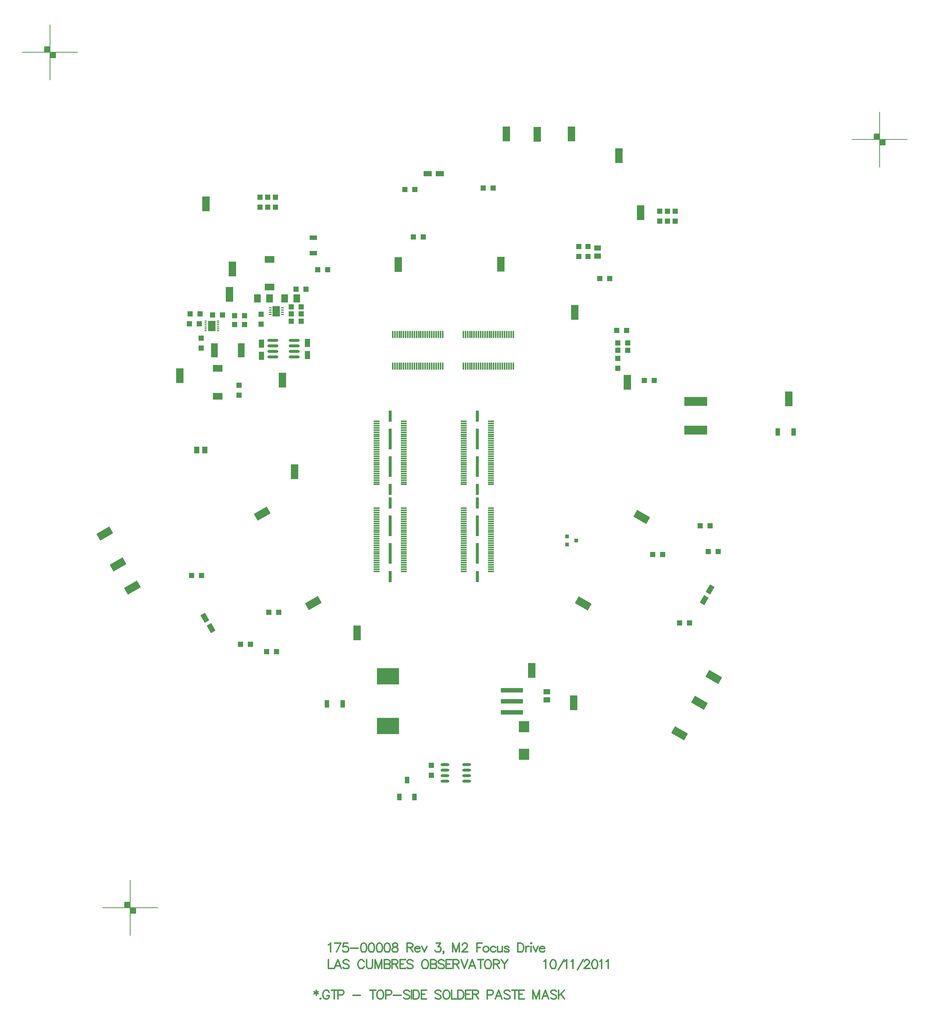
<source format=gtp>
%FSLAX23Y23*%
%MOIN*%
G70*
G01*
G75*
G04 Layer_Color=8421504*
%ADD10R,0.057X0.012*%
%ADD11R,0.025X0.185*%
%ADD12R,0.025X0.100*%
%ADD13O,0.079X0.024*%
%ADD14R,0.070X0.135*%
%ADD15R,0.036X0.036*%
%ADD16R,0.094X0.102*%
G04:AMPARAMS|DCode=17|XSize=78mil|YSize=48mil|CornerRadius=0mil|HoleSize=0mil|Usage=FLASHONLY|Rotation=240.000|XOffset=0mil|YOffset=0mil|HoleType=Round|Shape=Rectangle|*
%AMROTATEDRECTD17*
4,1,4,-0.001,0.046,0.040,0.022,0.001,-0.046,-0.040,-0.022,-0.001,0.046,0.0*
%
%ADD17ROTATEDRECTD17*%

%ADD18R,0.063X0.075*%
%ADD19R,0.050X0.050*%
%ADD20R,0.209X0.079*%
%ADD21R,0.200X0.040*%
%ADD22R,0.200X0.150*%
%ADD23R,0.087X0.059*%
%ADD24R,0.060X0.126*%
%ADD25O,0.012X0.069*%
%ADD26R,0.065X0.094*%
%ADD27O,0.027X0.010*%
%ADD28O,0.024X0.010*%
%ADD29R,0.039X0.059*%
%ADD30R,0.040X0.067*%
%ADD31R,0.051X0.059*%
%ADD32R,0.059X0.051*%
%ADD33O,0.098X0.028*%
%ADD34R,0.050X0.050*%
%ADD35R,0.048X0.078*%
%ADD36R,0.078X0.048*%
G04:AMPARAMS|DCode=37|XSize=78mil|YSize=48mil|CornerRadius=0mil|HoleSize=0mil|Usage=FLASHONLY|Rotation=120.000|XOffset=0mil|YOffset=0mil|HoleType=Round|Shape=Rectangle|*
%AMROTATEDRECTD37*
4,1,4,0.040,-0.022,-0.001,-0.046,-0.040,0.022,0.001,0.046,0.040,-0.022,0.0*
%
%ADD37ROTATEDRECTD37*%

%ADD38R,0.067X0.040*%
G04:AMPARAMS|DCode=39|XSize=135mil|YSize=70mil|CornerRadius=0mil|HoleSize=0mil|Usage=FLASHONLY|Rotation=30.000|XOffset=0mil|YOffset=0mil|HoleType=Round|Shape=Rectangle|*
%AMROTATEDRECTD39*
4,1,4,-0.041,-0.064,-0.076,-0.003,0.041,0.064,0.076,0.003,-0.041,-0.064,0.0*
%
%ADD39ROTATEDRECTD39*%

G04:AMPARAMS|DCode=40|XSize=135mil|YSize=70mil|CornerRadius=0mil|HoleSize=0mil|Usage=FLASHONLY|Rotation=150.000|XOffset=0mil|YOffset=0mil|HoleType=Round|Shape=Rectangle|*
%AMROTATEDRECTD40*
4,1,4,0.076,-0.003,0.041,-0.064,-0.076,0.003,-0.041,0.064,0.076,-0.003,0.0*
%
%ADD40ROTATEDRECTD40*%

%ADD41C,0.020*%
%ADD42C,0.005*%
%ADD43C,0.010*%
%ADD44C,0.050*%
%ADD45C,0.030*%
%ADD46C,0.012*%
%ADD47C,0.008*%
%ADD48C,0.012*%
%ADD49C,0.012*%
%ADD50R,0.079X0.039*%
%ADD51O,0.079X0.039*%
%ADD52C,0.079*%
%ADD53C,0.157*%
%ADD54C,0.120*%
%ADD55C,0.220*%
%ADD56C,0.039*%
%ADD57C,0.085*%
%ADD58C,0.055*%
%ADD59C,0.116*%
%ADD60P,0.078X4X165.0*%
%ADD61C,0.059*%
%ADD62P,0.084X4X255.0*%
%ADD63C,0.050*%
%ADD64P,0.099X4X105.0*%
%ADD65C,0.070*%
%ADD66C,0.219*%
%ADD67R,0.098X0.098*%
%ADD68C,0.098*%
%ADD69R,0.059X0.059*%
%ADD70C,0.059*%
%ADD71P,0.084X4X285.0*%
%ADD72P,0.084X4X195.0*%
%ADD73P,0.084X4X255.0*%
%ADD74R,0.059X0.059*%
%ADD75P,0.084X4X345.0*%
%ADD76R,0.070X0.070*%
%ADD77P,0.099X4X345.0*%
%ADD78P,0.084X4X375.0*%
%ADD79R,0.059X0.059*%
%ADD80C,0.335*%
%ADD81C,0.531*%
%ADD82C,0.413*%
%ADD83C,0.236*%
%ADD84C,0.026*%
%ADD85C,0.024*%
%ADD86C,0.030*%
%ADD87C,0.020*%
%ADD88C,0.040*%
%ADD89C,0.070*%
%ADD90C,0.076*%
%ADD91C,0.131*%
G04:AMPARAMS|DCode=92|XSize=130mil|YSize=130mil|CornerRadius=0mil|HoleSize=0mil|Usage=FLASHONLY|Rotation=0.000|XOffset=0mil|YOffset=0mil|HoleType=Round|Shape=Relief|Width=10mil|Gap=10mil|Entries=4|*
%AMTHD92*
7,0,0,0.130,0.110,0.010,45*
%
%ADD92THD92*%
%ADD93C,0.110*%
%ADD94C,0.206*%
%ADD95C,0.080*%
%ADD96C,0.102*%
%ADD97C,0.075*%
%ADD98C,0.168*%
%ADD99C,0.075*%
G04:AMPARAMS|DCode=100|XSize=95.433mil|YSize=95.433mil|CornerRadius=0mil|HoleSize=0mil|Usage=FLASHONLY|Rotation=0.000|XOffset=0mil|YOffset=0mil|HoleType=Round|Shape=Relief|Width=10mil|Gap=10mil|Entries=4|*
%AMTHD100*
7,0,0,0.095,0.075,0.010,45*
%
%ADD100THD100*%
%ADD101C,0.080*%
%ADD102C,0.099*%
%ADD103C,0.075*%
%ADD104C,0.375*%
%ADD105C,0.571*%
%ADD106C,0.257*%
%ADD107C,0.158*%
%ADD108C,0.053*%
%ADD109C,0.052*%
%ADD110C,0.065*%
G04:AMPARAMS|DCode=111|XSize=89.528mil|YSize=89.528mil|CornerRadius=0mil|HoleSize=0mil|Usage=FLASHONLY|Rotation=0.000|XOffset=0mil|YOffset=0mil|HoleType=Round|Shape=Relief|Width=10mil|Gap=10mil|Entries=4|*
%AMTHD111*
7,0,0,0.090,0.070,0.010,45*
%
%ADD111THD111*%
G04:AMPARAMS|DCode=112|XSize=96.221mil|YSize=96.221mil|CornerRadius=0mil|HoleSize=0mil|Usage=FLASHONLY|Rotation=0.000|XOffset=0mil|YOffset=0mil|HoleType=Round|Shape=Relief|Width=10mil|Gap=10mil|Entries=4|*
%AMTHD112*
7,0,0,0.096,0.076,0.010,45*
%
%ADD112THD112*%
G04:AMPARAMS|DCode=113|XSize=150.551mil|YSize=150.551mil|CornerRadius=0mil|HoleSize=0mil|Usage=FLASHONLY|Rotation=0.000|XOffset=0mil|YOffset=0mil|HoleType=Round|Shape=Relief|Width=10mil|Gap=10mil|Entries=4|*
%AMTHD113*
7,0,0,0.151,0.131,0.010,45*
%
%ADD113THD113*%
G04:AMPARAMS|DCode=114|XSize=122mil|YSize=122mil|CornerRadius=0mil|HoleSize=0mil|Usage=FLASHONLY|Rotation=0.000|XOffset=0mil|YOffset=0mil|HoleType=Round|Shape=Relief|Width=10mil|Gap=10mil|Entries=4|*
%AMTHD114*
7,0,0,0.122,0.102,0.010,45*
%
%ADD114THD114*%
G04:AMPARAMS|DCode=115|XSize=95mil|YSize=95mil|CornerRadius=0mil|HoleSize=0mil|Usage=FLASHONLY|Rotation=0.000|XOffset=0mil|YOffset=0mil|HoleType=Round|Shape=Relief|Width=10mil|Gap=10mil|Entries=4|*
%AMTHD115*
7,0,0,0.095,0.075,0.010,45*
%
%ADD115THD115*%
G04:AMPARAMS|DCode=116|XSize=90mil|YSize=90mil|CornerRadius=0mil|HoleSize=0mil|Usage=FLASHONLY|Rotation=0.000|XOffset=0mil|YOffset=0mil|HoleType=Round|Shape=Relief|Width=10mil|Gap=10mil|Entries=4|*
%AMTHD116*
7,0,0,0.090,0.070,0.010,45*
%
%ADD116THD116*%
G04:AMPARAMS|DCode=117|XSize=100mil|YSize=100mil|CornerRadius=0mil|HoleSize=0mil|Usage=FLASHONLY|Rotation=0.000|XOffset=0mil|YOffset=0mil|HoleType=Round|Shape=Relief|Width=10mil|Gap=10mil|Entries=4|*
%AMTHD117*
7,0,0,0.100,0.080,0.010,45*
%
%ADD117THD117*%
G04:AMPARAMS|DCode=118|XSize=95.433mil|YSize=95.433mil|CornerRadius=0mil|HoleSize=0mil|Usage=FLASHONLY|Rotation=0.000|XOffset=0mil|YOffset=0mil|HoleType=Round|Shape=Relief|Width=10mil|Gap=10mil|Entries=4|*
%AMTHD118*
7,0,0,0.095,0.075,0.010,45*
%
%ADD118THD118*%
G04:AMPARAMS|DCode=119|XSize=72.992mil|YSize=72.992mil|CornerRadius=0mil|HoleSize=0mil|Usage=FLASHONLY|Rotation=0.000|XOffset=0mil|YOffset=0mil|HoleType=Round|Shape=Relief|Width=10mil|Gap=10mil|Entries=4|*
%AMTHD119*
7,0,0,0.073,0.053,0.010,45*
%
%ADD119THD119*%
G04:AMPARAMS|DCode=120|XSize=72mil|YSize=72mil|CornerRadius=0mil|HoleSize=0mil|Usage=FLASHONLY|Rotation=0.000|XOffset=0mil|YOffset=0mil|HoleType=Round|Shape=Relief|Width=10mil|Gap=10mil|Entries=4|*
%AMTHD120*
7,0,0,0.072,0.052,0.010,45*
%
%ADD120THD120*%
G04:AMPARAMS|DCode=121|XSize=85mil|YSize=85mil|CornerRadius=0mil|HoleSize=0mil|Usage=FLASHONLY|Rotation=0.000|XOffset=0mil|YOffset=0mil|HoleType=Round|Shape=Relief|Width=10mil|Gap=10mil|Entries=4|*
%AMTHD121*
7,0,0,0.085,0.065,0.010,45*
%
%ADD121THD121*%
G04:AMPARAMS|DCode=122|XSize=28mil|YSize=98mil|CornerRadius=0mil|HoleSize=0mil|Usage=FLASHONLY|Rotation=210.000|XOffset=0mil|YOffset=0mil|HoleType=Round|Shape=Round|*
%AMOVALD122*
21,1,0.071,0.028,0.000,0.000,300.0*
1,1,0.028,-0.018,0.031*
1,1,0.028,0.018,-0.031*
%
%ADD122OVALD122*%

G04:AMPARAMS|DCode=123|XSize=79mil|YSize=236mil|CornerRadius=0mil|HoleSize=0mil|Usage=FLASHONLY|Rotation=240.000|XOffset=0mil|YOffset=0mil|HoleType=Round|Shape=Rectangle|*
%AMROTATEDRECTD123*
4,1,4,-0.083,0.093,0.122,-0.025,0.083,-0.093,-0.122,0.025,-0.083,0.093,0.0*
%
%ADD123ROTATEDRECTD123*%

%ADD124R,0.025X0.070*%
%ADD125R,0.236X0.079*%
G04:AMPARAMS|DCode=126|XSize=79mil|YSize=236mil|CornerRadius=0mil|HoleSize=0mil|Usage=FLASHONLY|Rotation=120.000|XOffset=0mil|YOffset=0mil|HoleType=Round|Shape=Rectangle|*
%AMROTATEDRECTD126*
4,1,4,0.122,0.025,-0.083,-0.093,-0.122,-0.025,0.083,0.093,0.122,0.025,0.0*
%
%ADD126ROTATEDRECTD126*%

%ADD127P,0.071X4X285.0*%
%ADD128P,0.071X4X165.0*%
G04:AMPARAMS|DCode=129|XSize=28mil|YSize=98mil|CornerRadius=0mil|HoleSize=0mil|Usage=FLASHONLY|Rotation=330.000|XOffset=0mil|YOffset=0mil|HoleType=Round|Shape=Round|*
%AMOVALD129*
21,1,0.071,0.028,0.000,0.000,60.0*
1,1,0.028,-0.018,-0.031*
1,1,0.028,0.018,0.031*
%
%ADD129OVALD129*%

%ADD130C,0.075*%
%ADD131C,0.010*%
%ADD132C,0.008*%
%ADD133C,0.020*%
%ADD134C,0.024*%
%ADD135C,0.007*%
%ADD136C,0.010*%
%ADD137C,0.006*%
%ADD138C,0.007*%
%ADD139R,0.020X0.082*%
%ADD140R,0.195X0.150*%
D10*
X30833Y30428D02*
D03*
Y30448D02*
D03*
Y30468D02*
D03*
Y30487D02*
D03*
Y30507D02*
D03*
Y30527D02*
D03*
Y30546D02*
D03*
Y30566D02*
D03*
Y30586D02*
D03*
Y30605D02*
D03*
Y30625D02*
D03*
Y30645D02*
D03*
Y30664D02*
D03*
Y30684D02*
D03*
Y30704D02*
D03*
Y30723D02*
D03*
Y30743D02*
D03*
Y30763D02*
D03*
Y30783D02*
D03*
Y30802D02*
D03*
Y30822D02*
D03*
Y30842D02*
D03*
Y30861D02*
D03*
Y30881D02*
D03*
Y30901D02*
D03*
Y30920D02*
D03*
Y30940D02*
D03*
Y30960D02*
D03*
Y30979D02*
D03*
Y30999D02*
D03*
Y31216D02*
D03*
Y31235D02*
D03*
Y31255D02*
D03*
Y31275D02*
D03*
Y31294D02*
D03*
Y31314D02*
D03*
Y31334D02*
D03*
Y31353D02*
D03*
Y31373D02*
D03*
Y31393D02*
D03*
Y31412D02*
D03*
Y31432D02*
D03*
Y31452D02*
D03*
Y31472D02*
D03*
Y31491D02*
D03*
Y31511D02*
D03*
Y31531D02*
D03*
Y31550D02*
D03*
Y31570D02*
D03*
Y31590D02*
D03*
Y31609D02*
D03*
Y31629D02*
D03*
Y31649D02*
D03*
Y31668D02*
D03*
Y31688D02*
D03*
Y31708D02*
D03*
Y31727D02*
D03*
Y31747D02*
D03*
Y31767D02*
D03*
Y31786D02*
D03*
D03*
X31077Y30428D02*
D03*
Y30448D02*
D03*
Y30468D02*
D03*
Y30487D02*
D03*
Y30507D02*
D03*
Y30527D02*
D03*
Y30546D02*
D03*
Y30566D02*
D03*
Y30586D02*
D03*
Y30605D02*
D03*
Y30625D02*
D03*
Y30645D02*
D03*
Y30664D02*
D03*
Y30684D02*
D03*
Y30704D02*
D03*
Y30723D02*
D03*
Y30743D02*
D03*
Y30763D02*
D03*
Y30783D02*
D03*
Y30802D02*
D03*
Y30822D02*
D03*
Y30842D02*
D03*
Y30861D02*
D03*
Y30881D02*
D03*
Y30901D02*
D03*
Y30920D02*
D03*
Y30940D02*
D03*
Y30960D02*
D03*
Y30979D02*
D03*
Y30999D02*
D03*
Y31216D02*
D03*
Y31235D02*
D03*
Y31255D02*
D03*
Y31275D02*
D03*
Y31294D02*
D03*
Y31314D02*
D03*
Y31334D02*
D03*
Y31353D02*
D03*
Y31373D02*
D03*
Y31393D02*
D03*
Y31412D02*
D03*
Y31432D02*
D03*
Y31452D02*
D03*
Y31472D02*
D03*
Y31491D02*
D03*
Y31511D02*
D03*
Y31531D02*
D03*
Y31550D02*
D03*
Y31570D02*
D03*
Y31590D02*
D03*
Y31609D02*
D03*
Y31629D02*
D03*
Y31649D02*
D03*
Y31668D02*
D03*
Y31688D02*
D03*
Y31708D02*
D03*
Y31727D02*
D03*
Y31747D02*
D03*
Y31767D02*
D03*
Y31786D02*
D03*
X31623Y30428D02*
D03*
Y30448D02*
D03*
Y30468D02*
D03*
Y30487D02*
D03*
Y30507D02*
D03*
Y30527D02*
D03*
Y30546D02*
D03*
Y30566D02*
D03*
Y30586D02*
D03*
Y30605D02*
D03*
Y30625D02*
D03*
Y30645D02*
D03*
Y30664D02*
D03*
Y30684D02*
D03*
Y30704D02*
D03*
Y30723D02*
D03*
Y30743D02*
D03*
Y30763D02*
D03*
Y30783D02*
D03*
Y30802D02*
D03*
Y30822D02*
D03*
Y30842D02*
D03*
Y30861D02*
D03*
Y30881D02*
D03*
Y30901D02*
D03*
Y30920D02*
D03*
Y30940D02*
D03*
Y30960D02*
D03*
Y30979D02*
D03*
Y30999D02*
D03*
Y31216D02*
D03*
Y31235D02*
D03*
Y31255D02*
D03*
Y31275D02*
D03*
Y31294D02*
D03*
Y31314D02*
D03*
Y31334D02*
D03*
Y31353D02*
D03*
Y31373D02*
D03*
Y31393D02*
D03*
Y31412D02*
D03*
Y31432D02*
D03*
Y31452D02*
D03*
Y31472D02*
D03*
Y31491D02*
D03*
Y31511D02*
D03*
Y31531D02*
D03*
Y31550D02*
D03*
Y31570D02*
D03*
Y31590D02*
D03*
Y31609D02*
D03*
Y31629D02*
D03*
Y31649D02*
D03*
Y31668D02*
D03*
Y31688D02*
D03*
Y31708D02*
D03*
Y31727D02*
D03*
Y31747D02*
D03*
Y31767D02*
D03*
Y31786D02*
D03*
D03*
X31867Y30428D02*
D03*
Y30448D02*
D03*
Y30468D02*
D03*
Y30487D02*
D03*
Y30507D02*
D03*
Y30527D02*
D03*
Y30546D02*
D03*
Y30566D02*
D03*
Y30586D02*
D03*
Y30605D02*
D03*
Y30625D02*
D03*
Y30645D02*
D03*
Y30664D02*
D03*
Y30684D02*
D03*
Y30704D02*
D03*
Y30723D02*
D03*
Y30743D02*
D03*
Y30763D02*
D03*
Y30783D02*
D03*
Y30802D02*
D03*
Y30822D02*
D03*
Y30842D02*
D03*
Y30861D02*
D03*
Y30881D02*
D03*
Y30901D02*
D03*
Y30920D02*
D03*
Y30940D02*
D03*
Y30960D02*
D03*
Y30979D02*
D03*
Y30999D02*
D03*
Y31216D02*
D03*
Y31235D02*
D03*
Y31255D02*
D03*
Y31275D02*
D03*
Y31294D02*
D03*
Y31314D02*
D03*
Y31334D02*
D03*
Y31353D02*
D03*
Y31373D02*
D03*
Y31393D02*
D03*
Y31412D02*
D03*
Y31432D02*
D03*
Y31452D02*
D03*
Y31472D02*
D03*
Y31491D02*
D03*
Y31511D02*
D03*
Y31531D02*
D03*
Y31550D02*
D03*
Y31570D02*
D03*
Y31590D02*
D03*
Y31609D02*
D03*
Y31629D02*
D03*
Y31649D02*
D03*
Y31668D02*
D03*
Y31688D02*
D03*
Y31708D02*
D03*
Y31727D02*
D03*
Y31747D02*
D03*
Y31767D02*
D03*
Y31786D02*
D03*
D11*
X30955Y30839D02*
D03*
Y30589D02*
D03*
Y31376D02*
D03*
Y31626D02*
D03*
X31745Y30839D02*
D03*
Y30589D02*
D03*
Y31376D02*
D03*
Y31626D02*
D03*
D12*
X30955Y30381D02*
D03*
Y31834D02*
D03*
Y31169D02*
D03*
Y31046D02*
D03*
X31745Y30381D02*
D03*
Y31834D02*
D03*
Y31169D02*
D03*
Y31046D02*
D03*
D13*
X31450Y28677D02*
D03*
Y28627D02*
D03*
Y28577D02*
D03*
Y28527D02*
D03*
X31647Y28677D02*
D03*
Y28627D02*
D03*
Y28577D02*
D03*
Y28527D02*
D03*
D14*
X33224Y33676D02*
D03*
X29499Y32936D02*
D03*
X29979Y32161D02*
D03*
X29049Y32201D02*
D03*
X29524Y33166D02*
D03*
X32628Y32774D02*
D03*
X34569Y31991D02*
D03*
X32619Y29236D02*
D03*
X30654Y29871D02*
D03*
X30089Y31331D02*
D03*
X32599Y34391D02*
D03*
X32289Y34386D02*
D03*
X32009Y34391D02*
D03*
X31029Y33206D02*
D03*
X31959Y33211D02*
D03*
X33028Y34195D02*
D03*
X32239Y29531D02*
D03*
X33104Y32141D02*
D03*
X29284Y33756D02*
D03*
D15*
X32557Y30669D02*
D03*
X32643Y30706D02*
D03*
X32557Y30743D02*
D03*
D16*
X32169Y28770D02*
D03*
Y29022D02*
D03*
D17*
X33801Y30168D02*
D03*
X33856Y30263D02*
D03*
D18*
X29863Y32899D02*
D03*
X29753D02*
D03*
X29998D02*
D03*
X30108D02*
D03*
D19*
X31329Y28672D02*
D03*
Y28582D02*
D03*
X32749Y33371D02*
D03*
Y33281D02*
D03*
X32664Y33371D02*
D03*
Y33281D02*
D03*
X29784Y32756D02*
D03*
Y32666D02*
D03*
X29586Y32025D02*
D03*
Y32115D02*
D03*
X29241Y32540D02*
D03*
Y32450D02*
D03*
X29914Y33816D02*
D03*
Y33726D02*
D03*
X33399Y33691D02*
D03*
Y33601D02*
D03*
X33019Y32266D02*
D03*
Y32356D02*
D03*
X33539Y33601D02*
D03*
Y33691D02*
D03*
X29774Y33726D02*
D03*
Y33816D02*
D03*
X29844Y33726D02*
D03*
Y33816D02*
D03*
X33469Y33601D02*
D03*
Y33691D02*
D03*
D20*
X33725Y31707D02*
D03*
Y31967D02*
D03*
D21*
X32059Y29351D02*
D03*
Y29251D02*
D03*
Y29151D02*
D03*
D22*
X30934Y29026D02*
D03*
Y29476D02*
D03*
D23*
X29391Y32014D02*
D03*
Y32266D02*
D03*
X29863Y33255D02*
D03*
Y33003D02*
D03*
D24*
X29362Y32431D02*
D03*
X29606D02*
D03*
D25*
X31430Y32574D02*
D03*
X31411D02*
D03*
X31391D02*
D03*
X31371D02*
D03*
X31352D02*
D03*
X31332D02*
D03*
X31312D02*
D03*
X31292D02*
D03*
X31273D02*
D03*
X31253D02*
D03*
X31233D02*
D03*
X31214D02*
D03*
X31194D02*
D03*
X31174D02*
D03*
X31155D02*
D03*
X31135D02*
D03*
X31115D02*
D03*
X31096D02*
D03*
X31076D02*
D03*
X31056D02*
D03*
X31037D02*
D03*
X31017D02*
D03*
X30997D02*
D03*
X30978D02*
D03*
X31430Y32288D02*
D03*
X31411D02*
D03*
X31391D02*
D03*
X31371D02*
D03*
X31352D02*
D03*
X31332D02*
D03*
X31312D02*
D03*
X31292D02*
D03*
X31273D02*
D03*
X31253D02*
D03*
X31233D02*
D03*
X31214D02*
D03*
X31194D02*
D03*
X31174D02*
D03*
X31155D02*
D03*
X31135D02*
D03*
X31115D02*
D03*
X31096D02*
D03*
X31076D02*
D03*
X31056D02*
D03*
X31037D02*
D03*
X31017D02*
D03*
X30997D02*
D03*
X30978D02*
D03*
X32070Y32574D02*
D03*
X32051D02*
D03*
X32031D02*
D03*
X32011D02*
D03*
X31992D02*
D03*
X31972D02*
D03*
X31952D02*
D03*
X31932D02*
D03*
X31913D02*
D03*
X31893D02*
D03*
X31873D02*
D03*
X31854D02*
D03*
X31834D02*
D03*
X31814D02*
D03*
X31795D02*
D03*
X31775D02*
D03*
X31755D02*
D03*
X31736D02*
D03*
X31716D02*
D03*
X31696D02*
D03*
X31677D02*
D03*
X31657D02*
D03*
X31637D02*
D03*
X31618D02*
D03*
X32070Y32288D02*
D03*
X32051D02*
D03*
X32031D02*
D03*
X32011D02*
D03*
X31992D02*
D03*
X31972D02*
D03*
X31952D02*
D03*
X31932D02*
D03*
X31913D02*
D03*
X31893D02*
D03*
X31873D02*
D03*
X31854D02*
D03*
X31834D02*
D03*
X31814D02*
D03*
X31795D02*
D03*
X31775D02*
D03*
X31755D02*
D03*
X31736D02*
D03*
X31716D02*
D03*
X31696D02*
D03*
X31677D02*
D03*
X31657D02*
D03*
X31637D02*
D03*
X31618D02*
D03*
D26*
X29923Y32784D02*
D03*
X29338Y32651D02*
D03*
D27*
X29978Y32813D02*
D03*
X29978Y32794D02*
D03*
X29978Y32774D02*
D03*
Y32754D02*
D03*
X29867D02*
D03*
Y32774D02*
D03*
Y32794D02*
D03*
Y32813D02*
D03*
D28*
X29395Y32659D02*
D03*
Y32642D02*
D03*
Y32624D02*
D03*
Y32606D02*
D03*
X29281D02*
D03*
Y32624D02*
D03*
Y32642D02*
D03*
Y32659D02*
D03*
Y32677D02*
D03*
Y32695D02*
D03*
X29395Y32677D02*
D03*
Y32695D02*
D03*
D29*
X31038Y28383D02*
D03*
X31107Y28536D02*
D03*
X31176Y28383D02*
D03*
D30*
X34468Y31691D02*
D03*
X34610D02*
D03*
X30383Y29226D02*
D03*
X30525D02*
D03*
D31*
X29201Y31526D02*
D03*
X29276D02*
D03*
D32*
X32834Y33283D02*
D03*
Y33358D02*
D03*
X32374Y29338D02*
D03*
Y29263D02*
D03*
D33*
X29892Y32521D02*
D03*
Y32471D02*
D03*
Y32421D02*
D03*
Y32371D02*
D03*
X30085Y32521D02*
D03*
Y32471D02*
D03*
Y32421D02*
D03*
Y32371D02*
D03*
D34*
X30058Y32759D02*
D03*
X30148D02*
D03*
X30103Y32984D02*
D03*
X30193D02*
D03*
X30148Y32824D02*
D03*
X30058D02*
D03*
X30148Y32694D02*
D03*
X30058D02*
D03*
X29436Y32750D02*
D03*
X29346D02*
D03*
X29231Y32760D02*
D03*
X29141D02*
D03*
X29136Y32670D02*
D03*
X29226D02*
D03*
X29546Y32745D02*
D03*
X29636D02*
D03*
X29546Y32665D02*
D03*
X29636D02*
D03*
X30299Y33161D02*
D03*
X30389D02*
D03*
X29834Y29701D02*
D03*
X29924D02*
D03*
X33854Y30841D02*
D03*
X33764D02*
D03*
X33019Y32496D02*
D03*
X33109D02*
D03*
X31089Y33886D02*
D03*
X31179D02*
D03*
X29599Y29766D02*
D03*
X29689D02*
D03*
X33839Y30606D02*
D03*
X33929D02*
D03*
X31164Y33456D02*
D03*
X31254D02*
D03*
X29854Y30056D02*
D03*
X29944D02*
D03*
X33424Y30581D02*
D03*
X33334D02*
D03*
X33009Y32611D02*
D03*
X33099D02*
D03*
X33259Y32156D02*
D03*
X33349D02*
D03*
X32854Y33081D02*
D03*
X32944D02*
D03*
X33109Y32431D02*
D03*
X33019D02*
D03*
X31799Y33901D02*
D03*
X31889D02*
D03*
X29244Y30391D02*
D03*
X29154D02*
D03*
X33579Y29961D02*
D03*
X33669D02*
D03*
D35*
X29789Y32491D02*
D03*
Y32381D02*
D03*
X30204Y32496D02*
D03*
Y32386D02*
D03*
D36*
X31404Y34031D02*
D03*
X31294D02*
D03*
D37*
X29276Y30008D02*
D03*
X29331Y29913D02*
D03*
D38*
X30259Y33310D02*
D03*
Y33452D02*
D03*
D39*
X28369Y30771D02*
D03*
X28489Y30491D02*
D03*
X28619Y30281D02*
D03*
X30259Y30141D02*
D03*
X29794Y30951D02*
D03*
D40*
X33579Y28961D02*
D03*
X33759Y29236D02*
D03*
X33889Y29471D02*
D03*
X33234Y30921D02*
D03*
X32704Y30136D02*
D03*
D47*
X35143Y34340D02*
X35643D01*
X35393Y34090D02*
Y34590D01*
X35443Y34290D02*
Y34340D01*
X35393Y34290D02*
X35443D01*
X35343Y34340D02*
Y34390D01*
X35393D01*
X35348Y34345D02*
X35388D01*
X35348D02*
Y34385D01*
X35388D01*
Y34345D02*
Y34385D01*
X35353Y34350D02*
X35383D01*
X35353D02*
Y34380D01*
X35383D01*
Y34355D02*
Y34380D01*
X35358Y34355D02*
X35378D01*
X35358D02*
Y34375D01*
X35378D01*
Y34360D02*
Y34375D01*
X35363Y34360D02*
X35373D01*
X35363D02*
Y34370D01*
X35373D01*
Y34360D02*
Y34370D01*
X35363Y34365D02*
X35373D01*
X35398Y34295D02*
X35438D01*
X35398D02*
Y34335D01*
X35438D01*
Y34295D02*
Y34335D01*
X35403Y34300D02*
X35433D01*
X35403D02*
Y34330D01*
X35433D01*
Y34305D02*
Y34330D01*
X35408Y34305D02*
X35428D01*
X35408D02*
Y34325D01*
X35428D01*
Y34310D02*
Y34325D01*
X35413Y34310D02*
X35423D01*
X35413D02*
Y34320D01*
X35423D01*
Y34310D02*
Y34320D01*
X35413Y34315D02*
X35423D01*
X27623Y35130D02*
X28123D01*
X27873Y34880D02*
Y35380D01*
X27923Y35080D02*
Y35130D01*
X27873Y35080D02*
X27923D01*
X27823Y35130D02*
Y35180D01*
X27873D01*
X27828Y35135D02*
X27868D01*
X27828D02*
Y35175D01*
X27868D01*
Y35135D02*
Y35175D01*
X27833Y35140D02*
X27863D01*
X27833D02*
Y35170D01*
X27863D01*
Y35145D02*
Y35170D01*
X27838Y35145D02*
X27858D01*
X27838D02*
Y35165D01*
X27858D01*
Y35150D02*
Y35165D01*
X27843Y35150D02*
X27853D01*
X27843D02*
Y35160D01*
X27853D01*
Y35150D02*
Y35160D01*
X27843Y35155D02*
X27853D01*
X27878Y35085D02*
X27918D01*
X27878D02*
Y35125D01*
X27918D01*
Y35085D02*
Y35125D01*
X27883Y35090D02*
X27913D01*
X27883D02*
Y35120D01*
X27913D01*
Y35095D02*
Y35120D01*
X27888Y35095D02*
X27908D01*
X27888D02*
Y35115D01*
X27908D01*
Y35100D02*
Y35115D01*
X27893Y35100D02*
X27903D01*
X27893D02*
Y35110D01*
X27903D01*
Y35100D02*
Y35110D01*
X27893Y35105D02*
X27903D01*
X28347Y27380D02*
X28847D01*
X28597Y27130D02*
Y27630D01*
X28647Y27330D02*
Y27380D01*
X28597Y27330D02*
X28647D01*
X28547Y27380D02*
Y27430D01*
X28597D01*
X28552Y27385D02*
X28592D01*
X28552D02*
Y27425D01*
X28592D01*
Y27385D02*
Y27425D01*
X28557Y27390D02*
X28587D01*
X28557D02*
Y27420D01*
X28587D01*
Y27395D02*
Y27420D01*
X28562Y27395D02*
X28582D01*
X28562D02*
Y27415D01*
X28582D01*
Y27400D02*
Y27415D01*
X28567Y27400D02*
X28577D01*
X28567D02*
Y27410D01*
X28577D01*
Y27400D02*
Y27410D01*
X28567Y27405D02*
X28577D01*
X28602Y27335D02*
X28642D01*
X28602D02*
Y27375D01*
X28642D01*
Y27335D02*
Y27375D01*
X28607Y27340D02*
X28637D01*
X28607D02*
Y27370D01*
X28637D01*
Y27345D02*
Y27370D01*
X28612Y27345D02*
X28632D01*
X28612D02*
Y27365D01*
X28632D01*
Y27350D02*
Y27365D01*
X28617Y27350D02*
X28627D01*
X28617D02*
Y27360D01*
X28627D01*
Y27350D02*
Y27360D01*
X28617Y27355D02*
X28627D01*
D48*
X30395Y26909D02*
Y26829D01*
X30440D01*
X30510D02*
X30480Y26909D01*
X30449Y26829D01*
X30461Y26855D02*
X30499D01*
X30582Y26897D02*
X30575Y26905D01*
X30563Y26909D01*
X30548D01*
X30536Y26905D01*
X30529Y26897D01*
Y26889D01*
X30533Y26882D01*
X30536Y26878D01*
X30544Y26874D01*
X30567Y26867D01*
X30575Y26863D01*
X30578Y26859D01*
X30582Y26851D01*
Y26840D01*
X30575Y26832D01*
X30563Y26829D01*
X30548D01*
X30536Y26832D01*
X30529Y26840D01*
X30720Y26889D02*
X30716Y26897D01*
X30709Y26905D01*
X30701Y26909D01*
X30686D01*
X30678Y26905D01*
X30671Y26897D01*
X30667Y26889D01*
X30663Y26878D01*
Y26859D01*
X30667Y26848D01*
X30671Y26840D01*
X30678Y26832D01*
X30686Y26829D01*
X30701D01*
X30709Y26832D01*
X30716Y26840D01*
X30720Y26848D01*
X30742Y26909D02*
Y26851D01*
X30746Y26840D01*
X30754Y26832D01*
X30765Y26829D01*
X30773D01*
X30784Y26832D01*
X30792Y26840D01*
X30796Y26851D01*
Y26909D01*
X30818D02*
Y26829D01*
Y26909D02*
X30848Y26829D01*
X30879Y26909D02*
X30848Y26829D01*
X30879Y26909D02*
Y26829D01*
X30902Y26909D02*
Y26829D01*
Y26909D02*
X30936D01*
X30947Y26905D01*
X30951Y26901D01*
X30955Y26893D01*
Y26886D01*
X30951Y26878D01*
X30947Y26874D01*
X30936Y26870D01*
X30902D02*
X30936D01*
X30947Y26867D01*
X30951Y26863D01*
X30955Y26855D01*
Y26844D01*
X30951Y26836D01*
X30947Y26832D01*
X30936Y26829D01*
X30902D01*
X30973Y26909D02*
Y26829D01*
Y26909D02*
X31007D01*
X31019Y26905D01*
X31022Y26901D01*
X31026Y26893D01*
Y26886D01*
X31022Y26878D01*
X31019Y26874D01*
X31007Y26870D01*
X30973D01*
X31000D02*
X31026Y26829D01*
X31094Y26909D02*
X31044D01*
Y26829D01*
X31094D01*
X31044Y26870D02*
X31075D01*
X31160Y26897D02*
X31153Y26905D01*
X31141Y26909D01*
X31126D01*
X31115Y26905D01*
X31107Y26897D01*
Y26889D01*
X31111Y26882D01*
X31115Y26878D01*
X31122Y26874D01*
X31145Y26867D01*
X31153Y26863D01*
X31157Y26859D01*
X31160Y26851D01*
Y26840D01*
X31153Y26832D01*
X31141Y26829D01*
X31126D01*
X31115Y26832D01*
X31107Y26840D01*
X31264Y26909D02*
X31256Y26905D01*
X31249Y26897D01*
X31245Y26889D01*
X31241Y26878D01*
Y26859D01*
X31245Y26848D01*
X31249Y26840D01*
X31256Y26832D01*
X31264Y26829D01*
X31279D01*
X31287Y26832D01*
X31294Y26840D01*
X31298Y26848D01*
X31302Y26859D01*
Y26878D01*
X31298Y26889D01*
X31294Y26897D01*
X31287Y26905D01*
X31279Y26909D01*
X31264D01*
X31321D02*
Y26829D01*
Y26909D02*
X31355D01*
X31366Y26905D01*
X31370Y26901D01*
X31374Y26893D01*
Y26886D01*
X31370Y26878D01*
X31366Y26874D01*
X31355Y26870D01*
X31321D02*
X31355D01*
X31366Y26867D01*
X31370Y26863D01*
X31374Y26855D01*
Y26844D01*
X31370Y26836D01*
X31366Y26832D01*
X31355Y26829D01*
X31321D01*
X31445Y26897D02*
X31438Y26905D01*
X31426Y26909D01*
X31411D01*
X31399Y26905D01*
X31392Y26897D01*
Y26889D01*
X31396Y26882D01*
X31399Y26878D01*
X31407Y26874D01*
X31430Y26867D01*
X31438Y26863D01*
X31441Y26859D01*
X31445Y26851D01*
Y26840D01*
X31438Y26832D01*
X31426Y26829D01*
X31411D01*
X31399Y26832D01*
X31392Y26840D01*
X31513Y26909D02*
X31463D01*
Y26829D01*
X31513D01*
X31463Y26870D02*
X31494D01*
X31526Y26909D02*
Y26829D01*
Y26909D02*
X31560D01*
X31572Y26905D01*
X31575Y26901D01*
X31579Y26893D01*
Y26886D01*
X31575Y26878D01*
X31572Y26874D01*
X31560Y26870D01*
X31526D01*
X31553D02*
X31579Y26829D01*
X31597Y26909D02*
X31628Y26829D01*
X31658Y26909D02*
X31628Y26829D01*
X31729D02*
X31699Y26909D01*
X31668Y26829D01*
X31680Y26855D02*
X31718D01*
X31775Y26909D02*
Y26829D01*
X31748Y26909D02*
X31801D01*
X31834D02*
X31826Y26905D01*
X31818Y26897D01*
X31815Y26889D01*
X31811Y26878D01*
Y26859D01*
X31815Y26848D01*
X31818Y26840D01*
X31826Y26832D01*
X31834Y26829D01*
X31849D01*
X31857Y26832D01*
X31864Y26840D01*
X31868Y26848D01*
X31872Y26859D01*
Y26878D01*
X31868Y26889D01*
X31864Y26897D01*
X31857Y26905D01*
X31849Y26909D01*
X31834D01*
X31890D02*
Y26829D01*
Y26909D02*
X31925D01*
X31936Y26905D01*
X31940Y26901D01*
X31944Y26893D01*
Y26886D01*
X31940Y26878D01*
X31936Y26874D01*
X31925Y26870D01*
X31890D01*
X31917D02*
X31944Y26829D01*
X31962Y26909D02*
X31992Y26870D01*
Y26829D01*
X32023Y26909D02*
X31992Y26870D01*
X32347Y26893D02*
X32355Y26897D01*
X32366Y26909D01*
Y26829D01*
X32429Y26909D02*
X32417Y26905D01*
X32410Y26893D01*
X32406Y26874D01*
Y26863D01*
X32410Y26844D01*
X32417Y26832D01*
X32429Y26829D01*
X32436D01*
X32448Y26832D01*
X32455Y26844D01*
X32459Y26863D01*
Y26874D01*
X32455Y26893D01*
X32448Y26905D01*
X32436Y26909D01*
X32429D01*
X32477Y26817D02*
X32530Y26909D01*
X32536Y26893D02*
X32543Y26897D01*
X32555Y26909D01*
Y26829D01*
X32594Y26893D02*
X32602Y26897D01*
X32613Y26909D01*
Y26829D01*
X32653Y26817D02*
X32706Y26909D01*
X32715Y26889D02*
Y26893D01*
X32719Y26901D01*
X32723Y26905D01*
X32731Y26909D01*
X32746D01*
X32753Y26905D01*
X32757Y26901D01*
X32761Y26893D01*
Y26886D01*
X32757Y26878D01*
X32750Y26867D01*
X32712Y26829D01*
X32765D01*
X32806Y26909D02*
X32794Y26905D01*
X32787Y26893D01*
X32783Y26874D01*
Y26863D01*
X32787Y26844D01*
X32794Y26832D01*
X32806Y26829D01*
X32813D01*
X32825Y26832D01*
X32832Y26844D01*
X32836Y26863D01*
Y26874D01*
X32832Y26893D01*
X32825Y26905D01*
X32813Y26909D01*
X32806D01*
X32854Y26893D02*
X32862Y26897D01*
X32873Y26909D01*
Y26829D01*
X32913Y26893D02*
X32920Y26897D01*
X32932Y26909D01*
Y26829D01*
D49*
X30284Y26634D02*
Y26588D01*
X30265Y26622D02*
X30303Y26600D01*
Y26622D02*
X30265Y26600D01*
X30323Y26561D02*
X30319Y26558D01*
X30323Y26554D01*
X30327Y26558D01*
X30323Y26561D01*
X30402Y26615D02*
X30398Y26622D01*
X30390Y26630D01*
X30383Y26634D01*
X30367D01*
X30360Y26630D01*
X30352Y26622D01*
X30348Y26615D01*
X30344Y26603D01*
Y26584D01*
X30348Y26573D01*
X30352Y26565D01*
X30360Y26558D01*
X30367Y26554D01*
X30383D01*
X30390Y26558D01*
X30398Y26565D01*
X30402Y26573D01*
Y26584D01*
X30383D02*
X30402D01*
X30447Y26634D02*
Y26554D01*
X30420Y26634D02*
X30473D01*
X30483Y26592D02*
X30517D01*
X30528Y26596D01*
X30532Y26600D01*
X30536Y26607D01*
Y26619D01*
X30532Y26626D01*
X30528Y26630D01*
X30517Y26634D01*
X30483D01*
Y26554D01*
X30617Y26588D02*
X30685D01*
X30798Y26634D02*
Y26554D01*
X30772Y26634D02*
X30825D01*
X30857D02*
X30850Y26630D01*
X30842Y26622D01*
X30838Y26615D01*
X30835Y26603D01*
Y26584D01*
X30838Y26573D01*
X30842Y26565D01*
X30850Y26558D01*
X30857Y26554D01*
X30873D01*
X30880Y26558D01*
X30888Y26565D01*
X30892Y26573D01*
X30896Y26584D01*
Y26603D01*
X30892Y26615D01*
X30888Y26622D01*
X30880Y26630D01*
X30873Y26634D01*
X30857D01*
X30914Y26592D02*
X30949D01*
X30960Y26596D01*
X30964Y26600D01*
X30968Y26607D01*
Y26619D01*
X30964Y26626D01*
X30960Y26630D01*
X30949Y26634D01*
X30914D01*
Y26554D01*
X30985Y26588D02*
X31054D01*
X31131Y26622D02*
X31123Y26630D01*
X31112Y26634D01*
X31097D01*
X31085Y26630D01*
X31078Y26622D01*
Y26615D01*
X31081Y26607D01*
X31085Y26603D01*
X31093Y26600D01*
X31116Y26592D01*
X31123Y26588D01*
X31127Y26584D01*
X31131Y26577D01*
Y26565D01*
X31123Y26558D01*
X31112Y26554D01*
X31097D01*
X31085Y26558D01*
X31078Y26565D01*
X31149Y26634D02*
Y26554D01*
X31166Y26634D02*
Y26554D01*
Y26634D02*
X31192D01*
X31204Y26630D01*
X31211Y26622D01*
X31215Y26615D01*
X31219Y26603D01*
Y26584D01*
X31215Y26573D01*
X31211Y26565D01*
X31204Y26558D01*
X31192Y26554D01*
X31166D01*
X31286Y26634D02*
X31237D01*
Y26554D01*
X31286D01*
X31237Y26596D02*
X31267D01*
X31416Y26622D02*
X31408Y26630D01*
X31397Y26634D01*
X31382D01*
X31370Y26630D01*
X31363Y26622D01*
Y26615D01*
X31366Y26607D01*
X31370Y26603D01*
X31378Y26600D01*
X31401Y26592D01*
X31408Y26588D01*
X31412Y26584D01*
X31416Y26577D01*
Y26565D01*
X31408Y26558D01*
X31397Y26554D01*
X31382D01*
X31370Y26558D01*
X31363Y26565D01*
X31457Y26634D02*
X31449Y26630D01*
X31441Y26622D01*
X31438Y26615D01*
X31434Y26603D01*
Y26584D01*
X31438Y26573D01*
X31441Y26565D01*
X31449Y26558D01*
X31457Y26554D01*
X31472D01*
X31479Y26558D01*
X31487Y26565D01*
X31491Y26573D01*
X31495Y26584D01*
Y26603D01*
X31491Y26615D01*
X31487Y26622D01*
X31479Y26630D01*
X31472Y26634D01*
X31457D01*
X31513D02*
Y26554D01*
X31559D01*
X31568Y26634D02*
Y26554D01*
Y26634D02*
X31594D01*
X31606Y26630D01*
X31614Y26622D01*
X31617Y26615D01*
X31621Y26603D01*
Y26584D01*
X31617Y26573D01*
X31614Y26565D01*
X31606Y26558D01*
X31594Y26554D01*
X31568D01*
X31689Y26634D02*
X31639D01*
Y26554D01*
X31689D01*
X31639Y26596D02*
X31670D01*
X31702Y26634D02*
Y26554D01*
Y26634D02*
X31736D01*
X31748Y26630D01*
X31751Y26626D01*
X31755Y26619D01*
Y26611D01*
X31751Y26603D01*
X31748Y26600D01*
X31736Y26596D01*
X31702D01*
X31729D02*
X31755Y26554D01*
X31836Y26592D02*
X31870D01*
X31882Y26596D01*
X31885Y26600D01*
X31889Y26607D01*
Y26619D01*
X31885Y26626D01*
X31882Y26630D01*
X31870Y26634D01*
X31836D01*
Y26554D01*
X31968D02*
X31938Y26634D01*
X31907Y26554D01*
X31919Y26580D02*
X31957D01*
X32040Y26622D02*
X32032Y26630D01*
X32021Y26634D01*
X32006D01*
X31994Y26630D01*
X31987Y26622D01*
Y26615D01*
X31991Y26607D01*
X31994Y26603D01*
X32002Y26600D01*
X32025Y26592D01*
X32032Y26588D01*
X32036Y26584D01*
X32040Y26577D01*
Y26565D01*
X32032Y26558D01*
X32021Y26554D01*
X32006D01*
X31994Y26558D01*
X31987Y26565D01*
X32085Y26634D02*
Y26554D01*
X32058Y26634D02*
X32111D01*
X32170D02*
X32121D01*
Y26554D01*
X32170D01*
X32121Y26596D02*
X32151D01*
X32247Y26634D02*
Y26554D01*
Y26634D02*
X32277Y26554D01*
X32307Y26634D02*
X32277Y26554D01*
X32307Y26634D02*
Y26554D01*
X32391D02*
X32361Y26634D01*
X32330Y26554D01*
X32342Y26580D02*
X32380D01*
X32463Y26622D02*
X32456Y26630D01*
X32444Y26634D01*
X32429D01*
X32418Y26630D01*
X32410Y26622D01*
Y26615D01*
X32414Y26607D01*
X32418Y26603D01*
X32425Y26600D01*
X32448Y26592D01*
X32456Y26588D01*
X32459Y26584D01*
X32463Y26577D01*
Y26565D01*
X32456Y26558D01*
X32444Y26554D01*
X32429D01*
X32418Y26558D01*
X32410Y26565D01*
X32481Y26634D02*
Y26554D01*
X32534Y26634D02*
X32481Y26580D01*
X32500Y26600D02*
X32534Y26554D01*
X30395Y27043D02*
X30402Y27047D01*
X30414Y27059D01*
Y26979D01*
X30507Y27059D02*
X30469Y26979D01*
X30453Y27059D02*
X30507D01*
X30570D02*
X30532D01*
X30528Y27024D01*
X30532Y27028D01*
X30544Y27032D01*
X30555D01*
X30567Y27028D01*
X30574Y27020D01*
X30578Y27009D01*
Y27001D01*
X30574Y26990D01*
X30567Y26982D01*
X30555Y26979D01*
X30544D01*
X30532Y26982D01*
X30528Y26986D01*
X30525Y26994D01*
X30596Y27013D02*
X30664D01*
X30711Y27059D02*
X30699Y27055D01*
X30692Y27043D01*
X30688Y27024D01*
Y27013D01*
X30692Y26994D01*
X30699Y26982D01*
X30711Y26979D01*
X30719D01*
X30730Y26982D01*
X30738Y26994D01*
X30741Y27013D01*
Y27024D01*
X30738Y27043D01*
X30730Y27055D01*
X30719Y27059D01*
X30711D01*
X30782D02*
X30771Y27055D01*
X30763Y27043D01*
X30759Y27024D01*
Y27013D01*
X30763Y26994D01*
X30771Y26982D01*
X30782Y26979D01*
X30790D01*
X30801Y26982D01*
X30809Y26994D01*
X30813Y27013D01*
Y27024D01*
X30809Y27043D01*
X30801Y27055D01*
X30790Y27059D01*
X30782D01*
X30853D02*
X30842Y27055D01*
X30834Y27043D01*
X30830Y27024D01*
Y27013D01*
X30834Y26994D01*
X30842Y26982D01*
X30853Y26979D01*
X30861D01*
X30872Y26982D01*
X30880Y26994D01*
X30884Y27013D01*
Y27024D01*
X30880Y27043D01*
X30872Y27055D01*
X30861Y27059D01*
X30853D01*
X30925D02*
X30913Y27055D01*
X30906Y27043D01*
X30902Y27024D01*
Y27013D01*
X30906Y26994D01*
X30913Y26982D01*
X30925Y26979D01*
X30932D01*
X30944Y26982D01*
X30951Y26994D01*
X30955Y27013D01*
Y27024D01*
X30951Y27043D01*
X30944Y27055D01*
X30932Y27059D01*
X30925D01*
X30992D02*
X30981Y27055D01*
X30977Y27047D01*
Y27039D01*
X30981Y27032D01*
X30988Y27028D01*
X31003Y27024D01*
X31015Y27020D01*
X31022Y27013D01*
X31026Y27005D01*
Y26994D01*
X31022Y26986D01*
X31019Y26982D01*
X31007Y26979D01*
X30992D01*
X30981Y26982D01*
X30977Y26986D01*
X30973Y26994D01*
Y27005D01*
X30977Y27013D01*
X30984Y27020D01*
X30996Y27024D01*
X31011Y27028D01*
X31019Y27032D01*
X31022Y27039D01*
Y27047D01*
X31019Y27055D01*
X31007Y27059D01*
X30992D01*
X31107D02*
Y26979D01*
Y27059D02*
X31141D01*
X31153Y27055D01*
X31157Y27051D01*
X31160Y27043D01*
Y27036D01*
X31157Y27028D01*
X31153Y27024D01*
X31141Y27020D01*
X31107D01*
X31134D02*
X31160Y26979D01*
X31178Y27009D02*
X31224D01*
Y27017D01*
X31220Y27024D01*
X31216Y27028D01*
X31209Y27032D01*
X31197D01*
X31190Y27028D01*
X31182Y27020D01*
X31178Y27009D01*
Y27001D01*
X31182Y26990D01*
X31190Y26982D01*
X31197Y26979D01*
X31209D01*
X31216Y26982D01*
X31224Y26990D01*
X31241Y27032D02*
X31264Y26979D01*
X31287Y27032D02*
X31264Y26979D01*
X31370Y27059D02*
X31412D01*
X31389Y27028D01*
X31401D01*
X31408Y27024D01*
X31412Y27020D01*
X31416Y27009D01*
Y27001D01*
X31412Y26990D01*
X31404Y26982D01*
X31393Y26979D01*
X31382D01*
X31370Y26982D01*
X31366Y26986D01*
X31363Y26994D01*
X31441Y26982D02*
X31438Y26979D01*
X31434Y26982D01*
X31438Y26986D01*
X31441Y26982D01*
Y26975D01*
X31438Y26967D01*
X31434Y26963D01*
X31522Y27059D02*
Y26979D01*
Y27059D02*
X31552Y26979D01*
X31583Y27059D02*
X31552Y26979D01*
X31583Y27059D02*
Y26979D01*
X31609Y27039D02*
Y27043D01*
X31613Y27051D01*
X31617Y27055D01*
X31625Y27059D01*
X31640D01*
X31647Y27055D01*
X31651Y27051D01*
X31655Y27043D01*
Y27036D01*
X31651Y27028D01*
X31644Y27017D01*
X31606Y26979D01*
X31659D01*
X31740Y27059D02*
Y26979D01*
Y27059D02*
X31789D01*
X31740Y27020D02*
X31770D01*
X31817Y27032D02*
X31810Y27028D01*
X31802Y27020D01*
X31798Y27009D01*
Y27001D01*
X31802Y26990D01*
X31810Y26982D01*
X31817Y26979D01*
X31829D01*
X31836Y26982D01*
X31844Y26990D01*
X31848Y27001D01*
Y27009D01*
X31844Y27020D01*
X31836Y27028D01*
X31829Y27032D01*
X31817D01*
X31911Y27020D02*
X31903Y27028D01*
X31896Y27032D01*
X31884D01*
X31877Y27028D01*
X31869Y27020D01*
X31865Y27009D01*
Y27001D01*
X31869Y26990D01*
X31877Y26982D01*
X31884Y26979D01*
X31896D01*
X31903Y26982D01*
X31911Y26990D01*
X31928Y27032D02*
Y26994D01*
X31932Y26982D01*
X31940Y26979D01*
X31951D01*
X31959Y26982D01*
X31970Y26994D01*
Y27032D02*
Y26979D01*
X32033Y27020D02*
X32029Y27028D01*
X32018Y27032D01*
X32006D01*
X31995Y27028D01*
X31991Y27020D01*
X31995Y27013D01*
X32002Y27009D01*
X32021Y27005D01*
X32029Y27001D01*
X32033Y26994D01*
Y26990D01*
X32029Y26982D01*
X32018Y26979D01*
X32006D01*
X31995Y26982D01*
X31991Y26990D01*
X32112Y27059D02*
Y26979D01*
Y27059D02*
X32139D01*
X32151Y27055D01*
X32158Y27047D01*
X32162Y27039D01*
X32166Y27028D01*
Y27009D01*
X32162Y26998D01*
X32158Y26990D01*
X32151Y26982D01*
X32139Y26979D01*
X32112D01*
X32184Y27032D02*
Y26979D01*
Y27009D02*
X32188Y27020D01*
X32195Y27028D01*
X32203Y27032D01*
X32214D01*
X32229Y27059D02*
X32233Y27055D01*
X32237Y27059D01*
X32233Y27062D01*
X32229Y27059D01*
X32233Y27032D02*
Y26979D01*
X32251Y27032D02*
X32274Y26979D01*
X32296Y27032D02*
X32274Y26979D01*
X32309Y27009D02*
X32355D01*
Y27017D01*
X32351Y27024D01*
X32347Y27028D01*
X32340Y27032D01*
X32328D01*
X32321Y27028D01*
X32313Y27020D01*
X32309Y27009D01*
Y27001D01*
X32313Y26990D01*
X32321Y26982D01*
X32328Y26979D01*
X32340D01*
X32347Y26982D01*
X32355Y26990D01*
M02*

</source>
